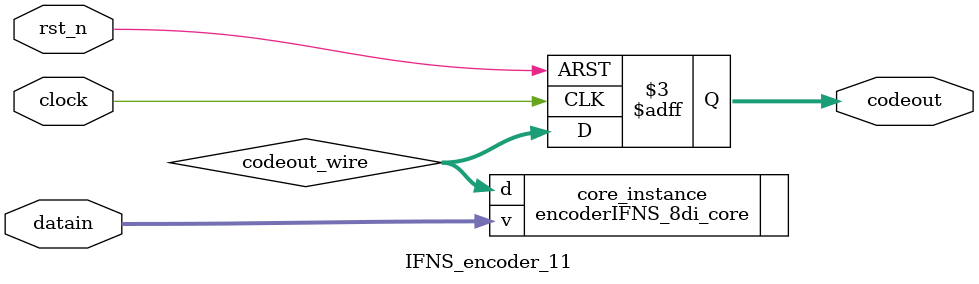
<source format=v>
module IFNS_encoder_11(
    input wire clock,
    input wire rst_n,
    input wire [7:0] datain,
    output reg [11:1] codeout
);

    wire [11:1] codeout_wire;

    encoderIFNS_8di_core core_instance(
        .v(datain),
        .d(codeout_wire)
    );

    //sync
    always @(posedge clock or negedge rst_n) begin
        if (~rst_n) begin
            codeout <= 0;
        end
        else begin
            codeout <= codeout_wire;
        end
    end

endmodule
</source>
